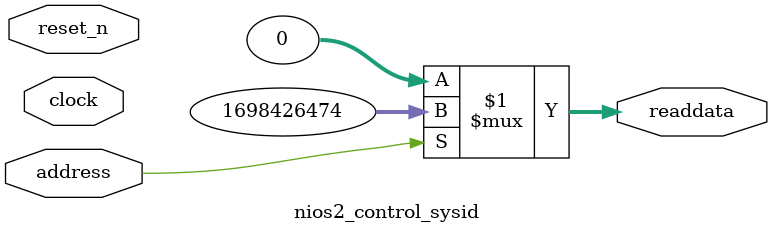
<source format=v>



// synthesis translate_off
`timescale 1ns / 1ps
// synthesis translate_on

// turn off superfluous verilog processor warnings 
// altera message_level Level1 
// altera message_off 10034 10035 10036 10037 10230 10240 10030 

module nios2_control_sysid (
               // inputs:
                address,
                clock,
                reset_n,

               // outputs:
                readdata
             )
;

  output  [ 31: 0] readdata;
  input            address;
  input            clock;
  input            reset_n;

  wire    [ 31: 0] readdata;
  //control_slave, which is an e_avalon_slave
  assign readdata = address ? 1698426474 : 0;

endmodule



</source>
